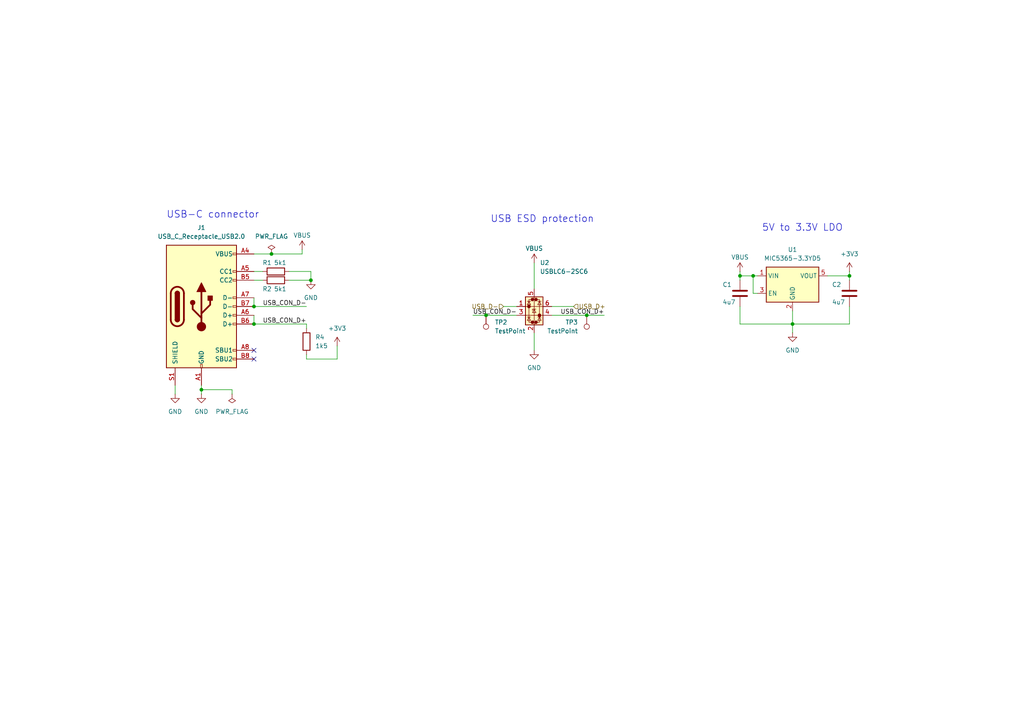
<source format=kicad_sch>
(kicad_sch (version 20231120) (generator "eeschema") (generator_version "8.0")
  (paper "A4")
  (lib_symbols
    (symbol "+3V3_1" (power) (pin_numbers hide) (pin_names (offset 0) hide)
      (property "Value" "+3V3" (at 0 3.556 0))
      (symbol "+3V3_1_0_1"
        (polyline (pts (xy -0.762 1.27) (xy 0 2.54)))
        (polyline (pts (xy 0 0) (xy 0 2.54)))
        (polyline (pts (xy 0 2.54) (xy 0.762 1.27)))
      )
      (symbol "+3V3_1_1_1"
        (pin power_in line (at 0 0 90) (length 0) (name "~") (number "1"))
      )
    )
    (symbol "Connector:TestPoint" (pin_numbers hide) (pin_names (offset 0.762) hide)
      (property "Reference" "TP" (at 0 6.858 0))
      (property "Value" "TestPoint" (at 0 5.08 0))
      (symbol "TestPoint_0_1"
        (circle (center 0 3.302) (radius 0.762))
      )
      (symbol "TestPoint_1_1"
        (pin passive line (at 0 0 90) (length 2.54) (name "1") (number "1"))
      )
    )
    (symbol "Connector:USB_C_Receptacle_USB2.0_16P" (pin_names (offset 1.016))
      (property "Reference" "J" (at 0 22.225 0))
      (property "Value" "USB_C_Receptacle_USB2.0_16P" (at 0 19.685 0))
      (symbol "USB_C_Receptacle_USB2.0_16P_0_0"
        (rectangle (start -0.254 -17.78) (end 0.254 -16.764))
        (rectangle (start 10.16 -14.986) (end 9.144 -15.494))
        (rectangle (start 10.16 -12.446) (end 9.144 -12.954))
        (rectangle (start 10.16 -4.826) (end 9.144 -5.334))
        (rectangle (start 10.16 -2.286) (end 9.144 -2.794))
        (rectangle (start 10.16 0.254) (end 9.144 -0.254))
        (rectangle (start 10.16 2.794) (end 9.144 2.286))
        (rectangle (start 10.16 7.874) (end 9.144 7.366))
        (rectangle (start 10.16 10.414) (end 9.144 9.906))
        (rectangle (start 10.16 15.494) (end 9.144 14.986))
      )
      (symbol "USB_C_Receptacle_USB2.0_16P_0_1"
        (rectangle (start -10.16 17.78) (end 10.16 -17.78) (stroke (width 0.254)) (fill (type background)))
        (arc (start -8.89 -3.81) (mid -6.985 -5.7067) (end -5.08 -3.81) (stroke (width 0.508)))
        (arc (start -7.62 -3.81) (mid -6.985 -4.4423) (end -6.35 -3.81) (stroke (width 0.254)))
        (arc (start -7.62 -3.81) (mid -6.985 -4.4423) (end -6.35 -3.81) (stroke (width 0.254)) (fill (type outline)))
        (rectangle (start -7.62 -3.81) (end -6.35 3.81) (stroke (width 0.254)) (fill (type outline)))
        (arc (start -6.35 3.81) (mid -6.985 4.4423) (end -7.62 3.81) (stroke (width 0.254)))
        (arc (start -6.35 3.81) (mid -6.985 4.4423) (end -7.62 3.81) (stroke (width 0.254)) (fill (type outline)))
        (arc (start -5.08 3.81) (mid -6.985 5.7067) (end -8.89 3.81) (stroke (width 0.508)))
        (circle (center -2.54 1.143) (radius 0.635) (stroke (width 0.254)) (fill (type outline)))
        (circle (center 0 -5.842) (radius 1.27) (fill (type outline)))
        (polyline (pts (xy -8.89 -3.81) (xy -8.89 3.81)) (stroke (width 0.508)))
        (polyline (pts (xy -5.08 3.81) (xy -5.08 -3.81)) (stroke (width 0.508)))
        (polyline (pts (xy 0 -5.842) (xy 0 4.318)) (stroke (width 0.508)))
        (polyline (pts (xy 0 -3.302) (xy -2.54 -0.762) (xy -2.54 0.508)) (stroke (width 0.508)))
        (polyline (pts (xy 0 -2.032) (xy 2.54 0.508) (xy 2.54 1.778)) (stroke (width 0.508)))
        (polyline (pts (xy -1.27 4.318) (xy 0 6.858) (xy 1.27 4.318) (xy -1.27 4.318)) (stroke (width 0.254)) (fill (type outline)))
        (rectangle (start 1.905 1.778) (end 3.175 3.048) (stroke (width 0.254)) (fill (type outline)))
      )
      (symbol "USB_C_Receptacle_USB2.0_16P_1_1"
        (pin passive line (at 0 -22.86 90) (length 5.08) (name "GND") (number "A1"))
        (pin passive line (at 0 -22.86 90) (length 5.08) hide (name "GND") (number "A12"))
        (pin passive line (at 15.24 15.24 180) (length 5.08) (name "VBUS") (number "A4"))
        (pin bidirectional line (at 15.24 10.16 180) (length 5.08) (name "CC1") (number "A5"))
        (pin bidirectional line (at 15.24 -2.54 180) (length 5.08) (name "D+") (number "A6"))
        (pin bidirectional line (at 15.24 2.54 180) (length 5.08) (name "D-") (number "A7"))
        (pin bidirectional line (at 15.24 -12.7 180) (length 5.08) (name "SBU1") (number "A8"))
        (pin passive line (at 15.24 15.24 180) (length 5.08) hide (name "VBUS") (number "A9"))
        (pin passive line (at 0 -22.86 90) (length 5.08) hide (name "GND") (number "B1"))
        (pin passive line (at 0 -22.86 90) (length 5.08) hide (name "GND") (number "B12"))
        (pin passive line (at 15.24 15.24 180) (length 5.08) hide (name "VBUS") (number "B4"))
        (pin bidirectional line (at 15.24 7.62 180) (length 5.08) (name "CC2") (number "B5"))
        (pin bidirectional line (at 15.24 -5.08 180) (length 5.08) (name "D+") (number "B6"))
        (pin bidirectional line (at 15.24 0 180) (length 5.08) (name "D-") (number "B7"))
        (pin bidirectional line (at 15.24 -15.24 180) (length 5.08) (name "SBU2") (number "B8"))
        (pin passive line (at 15.24 15.24 180) (length 5.08) hide (name "VBUS") (number "B9"))
        (pin passive line (at -7.62 -22.86 90) (length 5.08) (name "SHIELD") (number "S1"))
      )
    )
    (symbol "Device:C" (pin_numbers hide) (pin_names (offset 0.254))
      (property "Reference" "C" (at 0.635 2.54 0))
      (property "Value" "C" (at 0.635 -2.54 0))
      (symbol "C_0_1"
        (polyline (pts (xy -2.032 -0.762) (xy 2.032 -0.762)) (stroke (width 0.508)))
        (polyline (pts (xy -2.032 0.762) (xy 2.032 0.762)) (stroke (width 0.508)))
      )
      (symbol "C_1_1"
        (pin passive line (at 0 3.81 270) (length 2.794) (name "~") (number "1"))
        (pin passive line (at 0 -3.81 90) (length 2.794) (name "~") (number "2"))
      )
    )
    (symbol "Device:R" (pin_numbers hide) (pin_names (offset 0))
      (property "Reference" "R" (at 2.032 0 90))
      (property "Value" "R" (at 0 0 90))
      (symbol "R_0_1"
        (rectangle (start -1.016 -2.54) (end 1.016 2.54) (stroke (width 0.254)))
      )
      (symbol "R_1_1"
        (pin passive line (at 0 3.81 270) (length 1.27) (name "~") (number "1"))
        (pin passive line (at 0 -3.81 90) (length 1.27) (name "~") (number "2"))
      )
    )
    (symbol "GND_1" (power) (pin_numbers hide) (pin_names (offset 0) hide)
      (property "Value" "GND" (at 0 -3.81 0))
      (symbol "GND_1_0_1"
        (polyline (pts (xy 0 0) (xy 0 -1.27) (xy 1.27 -1.27) (xy 0 -2.54) (xy -1.27 -1.27) (xy 0 -1.27)))
      )
      (symbol "GND_1_1_1"
        (pin power_in line (at 0 0 270) (length 0) (name "~") (number "1"))
      )
    )
    (symbol "GND_2" (power) (pin_numbers hide) (pin_names (offset 0) hide)
      (property "Value" "GND" (at 0 -3.81 0))
      (symbol "GND_2_0_1"
        (polyline (pts (xy 0 0) (xy 0 -1.27) (xy 1.27 -1.27) (xy 0 -2.54) (xy -1.27 -1.27) (xy 0 -1.27)))
      )
      (symbol "GND_2_1_1"
        (pin power_in line (at 0 0 270) (length 0) (name "~") (number "1"))
      )
    )
    (symbol "GND_3" (power) (pin_numbers hide) (pin_names (offset 0) hide)
      (property "Value" "GND" (at 0 -3.81 0))
      (symbol "GND_3_0_1"
        (polyline (pts (xy 0 0) (xy 0 -1.27) (xy 1.27 -1.27) (xy 0 -2.54) (xy -1.27 -1.27) (xy 0 -1.27)))
      )
      (symbol "GND_3_1_1"
        (pin power_in line (at 0 0 270) (length 0) (name "~") (number "1"))
      )
    )
    (symbol "GND_4" (power) (pin_numbers hide) (pin_names (offset 0) hide)
      (property "Value" "GND" (at 0 -3.81 0))
      (symbol "GND_4_0_1"
        (polyline (pts (xy 0 0) (xy 0 -1.27) (xy 1.27 -1.27) (xy 0 -2.54) (xy -1.27 -1.27) (xy 0 -1.27)))
      )
      (symbol "GND_4_1_1"
        (pin power_in line (at 0 0 270) (length 0) (name "~") (number "1"))
      )
    )
    (symbol "Power_Protection:USBLC6-2SC6" (pin_names hide)
      (property "Reference" "U" (at 0.635 5.715 0))
      (property "Value" "USBLC6-2SC6" (at 0.635 3.81 0))
      (symbol "USBLC6-2SC6_0_0"
        (circle (center -1.524 0) (radius 0.0001) (stroke (width 0.508)))
        (circle (center -0.508 -4.572) (radius 0.0001) (stroke (width 0.508)))
        (circle (center -0.508 2.032) (radius 0.0001) (stroke (width 0.508)))
        (circle (center 0.508 -4.572) (radius 0.0001) (stroke (width 0.508)))
        (circle (center 0.508 2.032) (radius 0.0001) (stroke (width 0.508)))
        (circle (center 1.524 -2.54) (radius 0.0001) (stroke (width 0.508)))
      )
      (symbol "USBLC6-2SC6_0_1"
        (polyline (pts (xy -2.54 -2.54) (xy 2.54 -2.54)))
        (polyline (pts (xy -2.54 0) (xy 2.54 0)))
        (polyline (pts (xy -2.032 -3.048) (xy -1.016 -3.048)))
        (polyline (pts (xy -1.016 1.524) (xy -2.032 1.524)))
        (polyline (pts (xy 1.016 -3.048) (xy 2.032 -3.048)))
        (polyline (pts (xy 1.016 1.524) (xy 2.032 1.524)))
        (polyline (pts (xy -0.508 -1.143) (xy -0.508 -0.762) (xy 0.508 -0.762)))
        (polyline (pts (xy -2.032 0.508) (xy -1.016 0.508) (xy -1.524 1.524) (xy -2.032 0.508)))
        (polyline (pts (xy -1.016 -4.064) (xy -2.032 -4.064) (xy -1.524 -3.048) (xy -1.016 -4.064)))
        (polyline (pts (xy 0.508 -1.778) (xy -0.508 -1.778) (xy 0 -0.762) (xy 0.508 -1.778)))
        (polyline (pts (xy 2.032 -4.064) (xy 1.016 -4.064) (xy 1.524 -3.048) (xy 2.032 -4.064)))
        (polyline (pts (xy 2.032 0.508) (xy 1.016 0.508) (xy 1.524 1.524) (xy 2.032 0.508)))
        (polyline (pts (xy 0 2.54) (xy -0.508 2.032) (xy 0.508 2.032) (xy 0 1.524) (xy 0 -4.064) (xy -0.508 -4.572) (xy 0.508 -4.572) (xy 0 -5.08)))
      )
      (symbol "USBLC6-2SC6_1_1"
        (rectangle (start -2.54 2.794) (end 2.54 -5.334) (stroke (width 0.254)) (fill (type background)))
        (polyline (pts (xy -0.508 2.032) (xy -1.524 2.032) (xy -1.524 -4.572) (xy -0.508 -4.572)))
        (polyline (pts (xy 0.508 -4.572) (xy 1.524 -4.572) (xy 1.524 2.032) (xy 0.508 2.032)))
        (pin passive line (at -5.08 0 0) (length 2.54) (name "I/O1") (number "1"))
        (pin passive line (at 0 -7.62 90) (length 2.54) (name "GND") (number "2"))
        (pin passive line (at -5.08 -2.54 0) (length 2.54) (name "I/O2") (number "3"))
        (pin passive line (at 5.08 -2.54 180) (length 2.54) (name "I/O2") (number "4"))
        (pin passive line (at 0 5.08 270) (length 2.54) (name "VBUS") (number "5"))
        (pin passive line (at 5.08 0 180) (length 2.54) (name "I/O1") (number "6"))
      )
    )
    (symbol "Regulator_Linear:MIC5365-3.3YD5"
      (property "Reference" "U" (at -7.62 6.35 0))
      (property "Value" "MIC5365-3.3YD5" (at 0 6.35 0))
      (symbol "MIC5365-3.3YD5_0_1"
        (rectangle (start -7.62 -5.08) (end 7.62 5.08) (stroke (width 0.254)) (fill (type background)))
      )
      (symbol "MIC5365-3.3YD5_1_1"
        (pin power_in line (at -10.16 2.54 0) (length 2.54) (name "VIN") (number "1"))
        (pin power_in line (at 0 -7.62 90) (length 2.54) (name "GND") (number "2"))
        (pin input line (at -10.16 -2.54 0) (length 2.54) (name "EN") (number "3"))
        (pin no_connect line (at 7.62 -2.54 180) (length 2.54) hide (name "NC") (number "4"))
        (pin power_out line (at 10.16 2.54 180) (length 2.54) (name "VOUT") (number "5"))
      )
    )
    (symbol "VBUS_1" (power) (pin_numbers hide) (pin_names (offset 0) hide)
      (property "Value" "VBUS" (at 0 3.556 0))
      (symbol "VBUS_1_0_1"
        (polyline (pts (xy -0.762 1.27) (xy 0 2.54)))
        (polyline (pts (xy 0 0) (xy 0 2.54)))
        (polyline (pts (xy 0 2.54) (xy 0.762 1.27)))
      )
      (symbol "VBUS_1_1_1"
        (pin power_in line (at 0 0 90) (length 0) (name "~") (number "1"))
      )
    )
    (symbol "VBUS_2" (power) (pin_numbers hide) (pin_names (offset 0) hide)
      (property "Value" "VBUS" (at 0 3.556 0))
      (symbol "VBUS_2_0_1"
        (polyline (pts (xy -0.762 1.27) (xy 0 2.54)))
        (polyline (pts (xy 0 0) (xy 0 2.54)))
        (polyline (pts (xy 0 2.54) (xy 0.762 1.27)))
      )
      (symbol "VBUS_2_1_1"
        (pin power_in line (at 0 0 90) (length 0) (name "~") (number "1"))
      )
    )
    (symbol "power:+3V3" (power) (pin_numbers hide) (pin_names (offset 0) hide)
      (property "Value" "+3V3" (at 0 3.556 0))
      (symbol "+3V3_0_1"
        (polyline (pts (xy -0.762 1.27) (xy 0 2.54)))
        (polyline (pts (xy 0 0) (xy 0 2.54)))
        (polyline (pts (xy 0 2.54) (xy 0.762 1.27)))
      )
      (symbol "+3V3_1_1"
        (pin power_in line (at 0 0 90) (length 0) (name "~") (number "1"))
      )
    )
    (symbol "power:GND" (power) (pin_numbers hide) (pin_names (offset 0) hide)
      (property "Value" "GND" (at 0 -3.81 0))
      (symbol "GND_0_1"
        (polyline (pts (xy 0 0) (xy 0 -1.27) (xy 1.27 -1.27) (xy 0 -2.54) (xy -1.27 -1.27) (xy 0 -1.27)))
      )
      (symbol "GND_1_1"
        (pin power_in line (at 0 0 270) (length 0) (name "~") (number "1"))
      )
    )
    (symbol "power:PWR_FLAG" (power) (pin_numbers hide) (pin_names (offset 0) hide)
      (property "Value" "PWR_FLAG" (at 0 3.81 0))
      (symbol "PWR_FLAG_0_0"
        (pin power_out line (at 0 0 90) (length 0) (name "~") (number "1"))
      )
      (symbol "PWR_FLAG_0_1"
        (polyline (pts (xy 0 0) (xy 0 1.27) (xy -1.016 1.905) (xy 0 2.54) (xy 1.016 1.905) (xy 0 1.27)))
      )
    )
    (symbol "power:VBUS" (power) (pin_numbers hide) (pin_names (offset 0) hide)
      (property "Value" "VBUS" (at 0 3.556 0))
      (symbol "VBUS_0_1"
        (polyline (pts (xy -0.762 1.27) (xy 0 2.54)))
        (polyline (pts (xy 0 0) (xy 0 2.54)))
        (polyline (pts (xy 0 2.54) (xy 0.762 1.27)))
      )
      (symbol "VBUS_1_1"
        (pin power_in line (at 0 0 90) (length 0) (name "~") (number "1"))
      )
    )
  )
  (junction (at 58.42 113.03))
  (junction (at 90.17 81.28))
  (junction (at 73.66 93.98))
  (junction (at 218.44 80.01))
  (junction (at 229.87 93.98))
  (junction (at 73.66 88.9))
  (junction (at 140.97 91.44))
  (junction (at 246.38 80.01))
  (junction (at 170.18 91.44))
  (junction (at 78.74 73.66))
  (junction (at 214.63 80.01))
  (no_connect (at 73.66 104.14))
  (no_connect (at 73.66 101.6))
  (wire (pts (xy 67.31 113.03) (xy 58.42 113.03)))
  (wire (pts (xy 88.9 93.98) (xy 73.66 93.98)))
  (wire (pts (xy 214.63 93.98) (xy 229.87 93.98)))
  (wire (pts (xy 58.42 111.76) (xy 58.42 113.03)))
  (wire (pts (xy 73.66 88.9) (xy 88.9 88.9)))
  (wire (pts (xy 83.82 78.74) (xy 90.17 78.74)))
  (wire (pts (xy 214.63 78.74) (xy 214.63 80.01)))
  (wire (pts (xy 214.63 80.01) (xy 218.44 80.01)))
  (wire (pts (xy 73.66 78.74) (xy 76.2 78.74)))
  (wire (pts (xy 218.44 80.01) (xy 219.71 80.01)))
  (wire (pts (xy 88.9 104.14) (xy 97.79 104.14)))
  (wire (pts (xy 246.38 88.9) (xy 246.38 93.98)))
  (wire (pts (xy 88.9 95.25) (xy 88.9 93.98)))
  (wire (pts (xy 58.42 113.03) (xy 58.42 114.3)))
  (wire (pts (xy 73.66 86.36) (xy 73.66 88.9)))
  (wire (pts (xy 140.97 91.44) (xy 149.86 91.44)))
  (wire (pts (xy 240.03 80.01) (xy 246.38 80.01)))
  (wire (pts (xy 246.38 80.01) (xy 246.38 81.28)))
  (wire (pts (xy 154.94 76.2) (xy 154.94 83.82)))
  (wire (pts (xy 229.87 90.17) (xy 229.87 93.98)))
  (wire (pts (xy 214.63 80.01) (xy 214.63 81.28)))
  (wire (pts (xy 73.66 91.44) (xy 73.66 93.98)))
  (wire (pts (xy 229.87 96.52) (xy 229.87 93.98)))
  (wire (pts (xy 137.16 91.44) (xy 140.97 91.44)))
  (wire (pts (xy 146.05 88.9) (xy 149.86 88.9)))
  (wire (pts (xy 90.17 78.74) (xy 90.17 81.28)))
  (wire (pts (xy 218.44 80.01) (xy 218.44 85.09)))
  (wire (pts (xy 154.94 96.52) (xy 154.94 101.6)))
  (wire (pts (xy 214.63 88.9) (xy 214.63 93.98)))
  (wire (pts (xy 73.66 73.66) (xy 78.74 73.66)))
  (wire (pts (xy 83.82 81.28) (xy 90.17 81.28)))
  (wire (pts (xy 78.74 73.66) (xy 87.63 73.66)))
  (wire (pts (xy 50.8 111.76) (xy 50.8 114.3)))
  (wire (pts (xy 160.02 88.9) (xy 166.37 88.9)))
  (wire (pts (xy 67.31 114.3) (xy 67.31 113.03)))
  (wire (pts (xy 219.71 85.09) (xy 218.44 85.09)))
  (wire (pts (xy 160.02 91.44) (xy 170.18 91.44)))
  (wire (pts (xy 88.9 102.87) (xy 88.9 104.14)))
  (wire (pts (xy 97.79 100.33) (xy 97.79 104.14)))
  (wire (pts (xy 87.63 72.39) (xy 87.63 73.66)))
  (wire (pts (xy 170.18 91.44) (xy 175.26 91.44)))
  (wire (pts (xy 229.87 93.98) (xy 246.38 93.98)))
  (wire (pts (xy 246.38 78.74) (xy 246.38 80.01)))
  (wire (pts (xy 73.66 81.28) (xy 76.2 81.28)))
  (text "5V to 3.3V LDO" (at 220.98 67.31 0) (effects (font (size 2 2)) (justify left bottom)))
  (text "USB ESD protection" (at 142.24 64.77 0) (effects (font (size 2 2)) (justify left bottom)))
  (text "USB-C connector" (at 48.26 63.5 0) (effects (font (size 2 2)) (justify left bottom)))
  (label "USB_CON_D+" (at 88.9 93.98 180))
  (label "USB_CON_D-" (at 88.9 88.9 180))
  (label "USB_CON_D+" (at 175.26 91.44 180))
  (label "USB_CON_D-" (at 137.16 91.44 0))
  (hierarchical_label "USB_D+" (shape input) (at 166.37 88.9 0))
  (hierarchical_label "USB_D-" (shape input) (at 146.05 88.9 180))
  (symbol (lib_id "Regulator_Linear:MIC5365-3.3YD5") (at 229.87 82.55 0) (unit 1)
    (property "Reference" "U1" (at 229.87 72.39 0))
    (property "Value" "MIC5365-3.3YD5" (at 229.87 74.93 0))
    (property "Footprint" "Package_TO_SOT_SMD:SOT-23-5" (effects (hide yes)))
    (property "Datasheet" "https://www.lcsc.com/datasheet/lcsc_datasheet_1810151811_Texas-Instruments-TPS70933DBVR_C89347.pdf" (effects (hide yes)))
    (property "Manufracturer" "Texas Instruments" (effects (hide yes)))
    (property "Manufracturer Part Number" "TPS70933DBVR" (effects (hide yes)))
    (property "JLCPCB Part" "C89347" (effects (hide yes)))
    (instances (project "111VU" (path "" (reference "U1") (unit 1))) (project "PedestalConnectBox" (path "" (reference "U4") (unit 1))))
  )
  (symbol (lib_id "Power_Protection:USBLC6-2SC6") (at 154.94 88.9 0) (unit 1)
    (property "Reference" "U2" (at 156.5911 76.2 0) (effects (justify left)))
    (property "Value" "USBLC6-2SC6" (at 156.5911 78.74 0) (effects (justify left)))
    (property "Footprint" "Package_TO_SOT_SMD:SOT-23-6" (effects (hide yes)))
    (property "Datasheet" "https://www.st.com/resource/en/datasheet/usblc6-2.pdf" (effects (hide yes)))
    (property "Description" "Very low capacitance ESD protection diode, 2 data-line, SOT-23-6" (effects (hide yes)))
    (property "JLCPCB Part" "C7519" (effects (hide yes)))
    (property "Manufracturer" "STMicroelectronics" (effects (hide yes)))
    (property "Manufracturer Part Number" "USBLC6-2SC6" (effects (hide yes)))
  )
  (symbol (lib_id "Device:C") (at 214.63 85.09 0) (unit 1)
    (property "Reference" "C1" (at 209.55 82.55 0) (effects (justify left)))
    (property "Value" "4u7" (at 209.55 87.63 0) (effects (justify left)))
    (property "Footprint" "Capacitor_SMD:C_0805_2012Metric" (effects (hide yes)))
    (property "Datasheet" "https://datasheet.lcsc.com/lcsc/2304140030_Samsung-Electro-Mechanics-CL21A475KAQNNNE_C1779.pdf" (effects (hide yes)))
    (property "Manufracturer" "Samsung Electro-Mechanics" (effects (hide yes)))
    (property "Manufracturer Part Number" "CL21A475KAQNNNE" (effects (hide yes)))
    (property "JLCPCB Part" "C1779" (effects (hide yes)))
  )
  (symbol (lib_id "Device:R") (at 80.01 81.28 90) (unit 1)
    (property "Reference" "R2" (at 77.47 83.82 90))
    (property "Value" "5k1" (at 81.28 83.82 90))
    (property "Footprint" "Resistor_SMD:R_0603_1608Metric" (effects (hide yes)))
    (property "Datasheet" "https://www.lcsc.com/datasheet/lcsc_datasheet_2206010116_UNI-ROYAL-Uniroyal-Elec-0603WAF5101T5E_C23186.pdf" (effects (hide yes)))
    (property "Manufracturer" "UNI-ROYAL(Uniroyal Elec)" (effects (hide yes)))
    (property "Manufracturer Part Number" "0603WAF5101T5E" (effects (hide yes)))
    (property "JLCPCB Part" "C23186" (effects (hide yes)))
  )
  (symbol (lib_name "GND_1") (lib_id "power:GND") (at 50.8 114.3 0) (unit 1)
    (property "Reference" "#PWR01" (effects (hide yes)))
    (property "Value" "GND" (at 50.8 119.38 0))
    (property "Description" "Power symbol creates a global label with name \"GND\" , ground" (effects (hide yes)))
    (instances (project "111VU" (path "" (reference "#PWR01") (unit 1))) (project "PedestalConnectBox" (path "" (reference "#PWR02") (unit 1))))
  )
  (symbol (lib_name "+3V3_1") (lib_id "power:+3V3") (at 97.79 100.33 0) (unit 1)
    (property "Reference" "#PWR019" (effects (hide yes)))
    (property "Value" "+3V3" (at 97.79 95.25 0))
    (property "Description" "Power symbol creates a global label with name \"+3V3\"" (effects (hide yes)))
  )
  (symbol (lib_id "Device:R") (at 88.9 99.06 0) (unit 1)
    (property "Reference" "R4" (at 91.44 97.7899 0) (effects (justify left)))
    (property "Value" "1k5" (at 91.44 100.3299 0) (effects (justify left)))
    (property "Footprint" "Resistor_SMD:R_0805_2012Metric" (effects (hide yes)))
    (property "Datasheet" "https://www.lcsc.com/datasheet/lcsc_datasheet_2206010216_UNI-ROYAL-Uniroyal-Elec-0805W8F1501T5E_C4310.pdf" (effects (hide yes)))
    (property "Description" "Resistor" (effects (hide yes)))
    (property "JLCPCB Part" "C4310" (effects (hide yes)))
    (property "Manufracturer" "UNI-ROYAL(Uniroyal Elec)" (effects (hide yes)))
    (property "Manufracturer Part Number" "0805W8F1501T5E" (effects (hide yes)))
  )
  (symbol (lib_id "Connector:TestPoint") (at 170.18 91.44 0) (mirror x) (unit 1)
    (property "Reference" "TP3" (at 167.64 93.4719 0) (effects (justify right)))
    (property "Value" "TestPoint" (at 167.64 96.0119 0) (effects (justify right)))
    (property "Footprint" "TestPoint:TestPoint_Pad_D1.5mm" (effects (hide yes)))
    (property "Description" "test point" (effects (hide yes)))
  )
  (symbol (lib_name "GND_2") (lib_id "power:GND") (at 90.17 81.28 0) (unit 1)
    (property "Reference" "#PWR08" (effects (hide yes)))
    (property "Value" "GND" (at 90.17 86.36 0))
    (property "Description" "Power symbol creates a global label with name \"GND\" , ground" (effects (hide yes)))
    (instances (project "111VU" (path "" (reference "#PWR08") (unit 1))) (project "PedestalConnectBox" (path "" (reference "#PWR07") (unit 1))))
  )
  (symbol (lib_name "GND_3") (lib_id "power:GND") (at 58.42 114.3 0) (unit 1)
    (property "Reference" "#PWR03" (effects (hide yes)))
    (property "Value" "GND" (at 58.42 119.38 0))
    (property "Description" "Power symbol creates a global label with name \"GND\" , ground" (effects (hide yes)))
    (instances (project "111VU" (path "" (reference "#PWR03") (unit 1))) (project "PedestalConnectBox" (path "" (reference "#PWR04") (unit 1))))
  )
  (symbol (lib_id "power:PWR_FLAG") (at 78.74 73.66 0) (unit 1)
    (property "Reference" "#FLG01" (effects (hide yes)))
    (property "Value" "PWR_FLAG" (at 78.74 68.58 0))
    (property "Description" "Special symbol for telling ERC where power comes from" (effects (hide yes)))
  )
  (symbol (lib_id "power:+3V3") (at 246.38 78.74 0) (unit 1)
    (property "Reference" "#PWR010" (effects (hide yes)))
    (property "Value" "+3V3" (at 246.38 73.66 0))
  )
  (symbol (lib_name "VBUS_1") (lib_id "power:VBUS") (at 87.63 72.39 0) (unit 1)
    (property "Reference" "#PWR07" (effects (hide yes)))
    (property "Value" "VBUS" (at 87.63 68.2569 0))
    (property "Description" "Power symbol creates a global label with name \"VBUS\"" (effects (hide yes)))
    (instances (project "111VU" (path "" (reference "#PWR07") (unit 1))) (project "PedestalConnectBox" (path "" (reference "#PWR06") (unit 1))))
  )
  (symbol (lib_id "power:PWR_FLAG") (at 67.31 114.3 180) (unit 1)
    (property "Reference" "#FLG02" (effects (hide yes)))
    (property "Value" "PWR_FLAG" (at 67.31 119.38 0))
    (property "Description" "Special symbol for telling ERC where power comes from" (effects (hide yes)))
  )
  (symbol (lib_id "Device:C") (at 246.38 85.09 0) (unit 1)
    (property "Reference" "C2" (at 241.3 82.55 0) (effects (justify left)))
    (property "Value" "4u7" (at 241.3 87.63 0) (effects (justify left)))
    (property "Footprint" "Capacitor_SMD:C_0805_2012Metric" (effects (hide yes)))
    (property "Datasheet" "https://datasheet.lcsc.com/lcsc/2304140030_Samsung-Electro-Mechanics-CL21A475KAQNNNE_C1779.pdf" (effects (hide yes)))
    (property "Manufracturer" "Samsung Electro-Mechanics" (effects (hide yes)))
    (property "Manufracturer Part Number" "CL21A475KAQNNNE" (effects (hide yes)))
    (property "JLCPCB Part" "C1779" (effects (hide yes)))
  )
  (symbol (lib_name "GND_4") (lib_id "power:GND") (at 154.94 101.6 0) (unit 1)
    (property "Reference" "#PWR03" (effects (hide yes)))
    (property "Value" "GND" (at 154.94 106.68 0))
    (property "Description" "Power symbol creates a global label with name \"GND\" , ground" (effects (hide yes)))
    (instances (project "111VU" (path "" (reference "#PWR03") (unit 1))) (project "PedestalConnectBox" (path "" (reference "#PWR016") (unit 1))))
  )
  (symbol (lib_id "power:GND") (at 229.87 96.52 0) (unit 1)
    (property "Reference" "#PWR06" (effects (hide yes)))
    (property "Value" "GND" (at 229.87 101.6 0))
    (property "Description" "Power symbol creates a global label with name \"GND\" , ground" (effects (hide yes)))
    (instances (project "111VU" (path "" (reference "#PWR06") (unit 1))) (project "PedestalConnectBox" (path "" (reference "#PWR09") (unit 1))))
  )
  (symbol (lib_id "Connector:TestPoint") (at 140.97 91.44 180) (unit 1)
    (property "Reference" "TP2" (at 143.51 93.4719 0) (effects (justify right)))
    (property "Value" "TestPoint" (at 143.51 96.0119 0) (effects (justify right)))
    (property "Footprint" "TestPoint:TestPoint_Pad_D1.5mm" (effects (hide yes)))
    (property "Description" "test point" (effects (hide yes)))
  )
  (symbol (lib_id "power:VBUS") (at 214.63 78.74 0) (unit 1)
    (property "Reference" "#PWR05" (effects (hide yes)))
    (property "Value" "VBUS" (at 214.63 74.6069 0))
    (property "Description" "Power symbol creates a global label with name \"VBUS\"" (effects (hide yes)))
    (instances (project "111VU" (path "" (reference "#PWR05") (unit 1))) (project "PedestalConnectBox" (path "" (reference "#PWR08") (unit 1))))
  )
  (symbol (lib_id "Connector:USB_C_Receptacle_USB2.0_16P") (at 58.42 88.9 0) (unit 1)
    (property "Reference" "J1" (at 58.42 66.04 0))
    (property "Value" "USB_C_Receptacle_USB2.0" (at 58.42 68.58 0))
    (property "Footprint" "NiasStuff:USB_C_Receptacle_G-Switch_GT-USB-7010ASV" (effects (hide yes)))
    (property "Datasheet" "https://www.usb.org/sites/default/files/documents/usb_type-c.zip" (effects (hide yes)))
    (property "Description" "USB 2.0-only 16P Type-C Receptacle connector" (effects (hide yes)))
    (property "Manufracturer" "G-Switch" (effects (hide yes)))
    (property "Manufracturer Part Number" "GT-USB-7010C" (effects (hide yes)))
    (property "JLCPCB Part" "C2843967" (effects (hide yes)))
  )
  (symbol (lib_name "VBUS_2") (lib_id "power:VBUS") (at 154.94 76.2 0) (unit 1)
    (property "Reference" "#PWR07" (effects (hide yes)))
    (property "Value" "VBUS" (at 154.94 72.0669 0))
    (property "Description" "Power symbol creates a global label with name \"VBUS\"" (effects (hide yes)))
    (instances (project "111VU" (path "" (reference "#PWR07") (unit 1))) (project "PedestalConnectBox" (path "" (reference "#PWR015") (unit 1))))
  )
  (symbol (lib_id "Device:R") (at 80.01 78.74 90) (unit 1)
    (property "Reference" "R1" (at 77.47 76.2 90))
    (property "Value" "5k1" (at 81.28 76.2 90))
    (property "Footprint" "Resistor_SMD:R_0603_1608Metric" (effects (hide yes)))
    (property "Datasheet" "https://www.lcsc.com/datasheet/lcsc_datasheet_2206010116_UNI-ROYAL-Uniroyal-Elec-0603WAF5101T5E_C23186.pdf" (effects (hide yes)))
    (property "Manufracturer" "UNI-ROYAL(Uniroyal Elec)" (effects (hide yes)))
    (property "Manufracturer Part Number" "0603WAF5101T5E" (effects (hide yes)))
    (property "JLCPCB Part" "C23186" (effects (hide yes)))
  )
)
</source>
